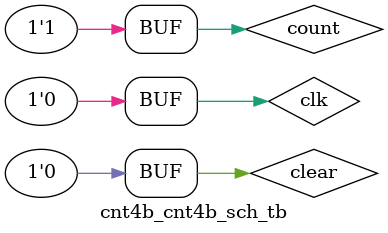
<source format=v>

`timescale 1ns / 1ps

module cnt4b_cnt4b_sch_tb();

// Inputs
   reg count;
   reg clk;
   reg clear;

// Output
   wire Q0;
   wire Q1;
   wire Q2;
   wire Q3;
   wire carry;
   wire terminate;

// Bidirs

// Instantiate the UUT
   cnt4b UUT (
		.CE(count), 
		.CLK(clk), 
		.CLR(clear), 
		.Q0(Q0), 
		.Q1(Q1), 
		.Q2(Q2), 
		.Q3(Q3), 
		.carry(carry), 
		.terminate(terminate)
   );

// Simulate clock
always
begin
	clk = 1'b1;
	#20;
	clk = 1'b0;
	#20;
end		

// Run some tests
initial 
begin
	count = 1;
	clear = 0;
	#50;
	count = 1;
	#800;
	clear = 1;
	#10;
	clear = 0;
end
endmodule

</source>
